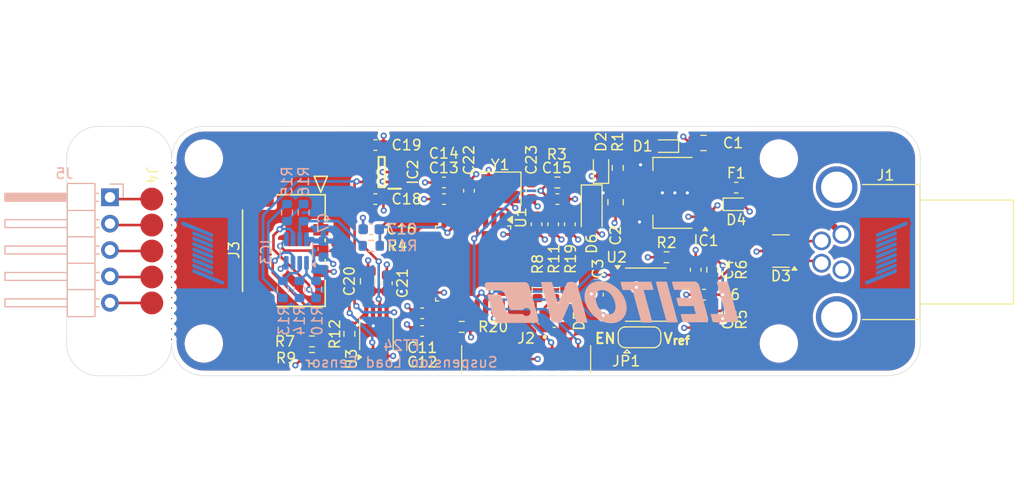
<source format=kicad_pcb>
(kicad_pcb
	(version 20240108)
	(generator "pcbnew")
	(generator_version "8.0")
	(general
		(thickness 1.6)
		(legacy_teardrops no)
	)
	(paper "A4")
	(layers
		(0 "F.Cu" signal)
		(1 "In1.Cu" signal)
		(2 "In2.Cu" signal)
		(31 "B.Cu" signal)
		(32 "B.Adhes" user "B.Adhesive")
		(33 "F.Adhes" user "F.Adhesive")
		(34 "B.Paste" user)
		(35 "F.Paste" user)
		(36 "B.SilkS" user "B.Silkscreen")
		(37 "F.SilkS" user "F.Silkscreen")
		(38 "B.Mask" user)
		(39 "F.Mask" user)
		(40 "Dwgs.User" user "User.Drawings")
		(41 "Cmts.User" user "User.Comments")
		(42 "Eco1.User" user "User.Eco1")
		(43 "Eco2.User" user "User.Eco2")
		(44 "Edge.Cuts" user)
		(45 "Margin" user)
		(46 "B.CrtYd" user "B.Courtyard")
		(47 "F.CrtYd" user "F.Courtyard")
		(48 "B.Fab" user)
		(49 "F.Fab" user)
		(50 "User.1" user)
		(51 "User.2" user)
		(52 "User.3" user)
		(53 "User.4" user)
		(54 "User.5" user)
		(55 "User.6" user)
		(56 "User.7" user)
		(57 "User.8" user)
		(58 "User.9" user)
	)
	(setup
		(stackup
			(layer "F.SilkS"
				(type "Top Silk Screen")
			)
			(layer "F.Paste"
				(type "Top Solder Paste")
			)
			(layer "F.Mask"
				(type "Top Solder Mask")
				(thickness 0.01)
			)
			(layer "F.Cu"
				(type "copper")
				(thickness 0.035)
			)
			(layer "dielectric 1"
				(type "prepreg")
				(thickness 0.1)
				(material "FR4")
				(epsilon_r 4.5)
				(loss_tangent 0.02)
			)
			(layer "In1.Cu"
				(type "copper")
				(thickness 0.035)
			)
			(layer "dielectric 2"
				(type "core")
				(thickness 1.24)
				(material "FR4")
				(epsilon_r 4.5)
				(loss_tangent 0.02)
			)
			(layer "In2.Cu"
				(type "copper")
				(thickness 0.035)
			)
			(layer "dielectric 3"
				(type "prepreg")
				(thickness 0.1)
				(material "FR4")
				(epsilon_r 4.5)
				(loss_tangent 0.02)
			)
			(layer "B.Cu"
				(type "copper")
				(thickness 0.035)
			)
			(layer "B.Mask"
				(type "Bottom Solder Mask")
				(thickness 0.01)
			)
			(layer "B.Paste"
				(type "Bottom Solder Paste")
			)
			(layer "B.SilkS"
				(type "Bottom Silk Screen")
			)
			(copper_finish "None")
			(dielectric_constraints no)
		)
		(pad_to_mask_clearance 0)
		(allow_soldermask_bridges_in_footprints no)
		(pcbplotparams
			(layerselection 0x00010fc_ffffffff)
			(plot_on_all_layers_selection 0x0000000_00000000)
			(disableapertmacros no)
			(usegerberextensions no)
			(usegerberattributes yes)
			(usegerberadvancedattributes yes)
			(creategerberjobfile yes)
			(dashed_line_dash_ratio 12.000000)
			(dashed_line_gap_ratio 3.000000)
			(svgprecision 4)
			(plotframeref no)
			(viasonmask no)
			(mode 1)
			(useauxorigin no)
			(hpglpennumber 1)
			(hpglpenspeed 20)
			(hpglpendiameter 15.000000)
			(pdf_front_fp_property_popups yes)
			(pdf_back_fp_property_popups yes)
			(dxfpolygonmode yes)
			(dxfimperialunits yes)
			(dxfusepcbnewfont yes)
			(psnegative no)
			(psa4output no)
			(plotreference yes)
			(plotvalue yes)
			(plotfptext yes)
			(plotinvisibletext no)
			(sketchpadsonfab no)
			(subtractmaskfromsilk no)
			(outputformat 1)
			(mirror no)
			(drillshape 1)
			(scaleselection 1)
			(outputdirectory "")
		)
	)
	(net 0 "")
	(net 1 "+12V")
	(net 2 "GND")
	(net 3 "+3V3")
	(net 4 "/CANH")
	(net 5 "/CANL")
	(net 6 "/NRST")
	(net 7 "/V_{x}")
	(net 8 "Net-(D2-A)")
	(net 9 "Net-(JP1-C)")
	(net 10 "Net-(U2-Rs)")
	(net 11 "/V_{out,x}")
	(net 12 "/V_{y}")
	(net 13 "unconnected-(U1-PA3-Pad9)")
	(net 14 "unconnected-(U1-PB0-Pad14)")
	(net 15 "unconnected-(U1-PA15-Pad25)")
	(net 16 "/OSC_OUT")
	(net 17 "unconnected-(U1-PA6-Pad12)")
	(net 18 "unconnected-(U1-PB4-Pad27)")
	(net 19 "unconnected-(U1-PA4-Pad10)")
	(net 20 "unconnected-(U1-PB3-Pad26)")
	(net 21 "/SWDIO")
	(net 22 "/SWCLK")
	(net 23 "unconnected-(U1-PB1-Pad15)")
	(net 24 "unconnected-(U1-PA10-Pad20)")
	(net 25 "unconnected-(U1-PA5-Pad11)")
	(net 26 "unconnected-(U1-PB5-Pad28)")
	(net 27 "Net-(D1-K)")
	(net 28 "unconnected-(U1-PA2-Pad8)")
	(net 29 "unconnected-(U1-PA7-Pad13)")
	(net 30 "/OSC_IN")
	(net 31 "unconnected-(U1-PA9-Pad19)")
	(net 32 "/CAN_Rx")
	(net 33 "/CAN_Tx")
	(net 34 "/V_{ref}")
	(net 35 "Net-(D5-RK)")
	(net 36 "/LED_R")
	(net 37 "/LED_G")
	(net 38 "Net-(D5-GK)")
	(net 39 "Net-(D5-BK)")
	(net 40 "/LED_B")
	(net 41 "/V_{can}")
	(net 42 "unconnected-(IC2-NR-Pad5)")
	(net 43 "Net-(U1-PA8)")
	(net 44 "Net-(R12-Pad1)")
	(net 45 "Net-(R12-Pad2)")
	(net 46 "Net-(IC3-Pad1)")
	(net 47 "/Strain_in_b")
	(net 48 "Net-(IC3B--)")
	(net 49 "/V_{out,y}")
	(net 50 "/V_{1}")
	(net 51 "Net-(IC3A--)")
	(net 52 "Net-(J4-Pin_4)")
	(net 53 "Net-(J4-Pin_5)")
	(net 54 "Net-(J4-Pin_3)")
	(net 55 "Net-(J4-Pin_1)")
	(net 56 "Net-(J4-Pin_2)")
	(footprint "Capacitor_SMD:C_0603_1608Metric" (layer "F.Cu") (at 133.2 91.9 180))
	(footprint "Resistor_SMD:R_0603_1608Metric" (layer "F.Cu") (at 127.5 104.3 180))
	(footprint "MountingHole:MountingHole_3.2mm_M3_DIN965" (layer "F.Cu") (at 117.1 102.9))
	(footprint "Capacitor_SMD:C_0603_1608Metric" (layer "F.Cu") (at 133.6 83.8))
	(footprint "Resistor_SMD:R_0603_1608Metric" (layer "F.Cu") (at 156.9 86 90))
	(footprint "Jumper:SolderJumper-3_P1.3mm_Open_RoundedPad1.0x1.5mm" (layer "F.Cu") (at 159 102.305))
	(footprint "Capacitor_SMD:C_0805_2012Metric" (layer "F.Cu") (at 132.9 96.9 90))
	(footprint "Capacitor_SMD:C_0603_1608Metric" (layer "F.Cu") (at 149.1 91.425 -90))
	(footprint "Resistor_SMD:R_0603_1608Metric" (layer "F.Cu") (at 161.6 94.6 180))
	(footprint "SLS:LED_150080M153000" (layer "F.Cu") (at 150.8 100.7 90))
	(footprint "Package_SO:SOIC-8_3.9x4.9mm_P1.27mm" (layer "F.Cu") (at 159.6 98.2))
	(footprint "SLS:spring" (layer "F.Cu") (at 117 94.2))
	(footprint "SLS:Pogo_pins" (layer "F.Cu") (at 112.1 94 -90))
	(footprint "Capacitor_SMD:C_0603_1608Metric" (layer "F.Cu") (at 164.4 95.8 90))
	(footprint "SLS:spring" (layer "F.Cu") (at 182.599071 94.200295 180))
	(footprint "Resistor_SMD:R_0603_1608Metric" (layer "F.Cu") (at 166 100.6 90))
	(footprint "SLS:CON_2053380003" (layer "F.Cu") (at 128.35 91.96035 90))
	(footprint "Capacitor_SMD:C_0603_1608Metric" (layer "F.Cu") (at 138.1 101.7 180))
	(footprint "LED_SMD:LED_0603_1608Metric" (layer "F.Cu") (at 155.3 86 90))
	(footprint "Fuse:Fuse_0603_1608Metric" (layer "F.Cu") (at 168.3 87.9 180))
	(footprint "Connector_PinHeader_1.00mm:PinHeader_1x18_P1.00mm_Vertical" (layer "F.Cu") (at 114 85.5))
	(footprint "MountingHole:MountingHole_3.2mm_M3_DIN965" (layer "F.Cu") (at 172.4 85.1))
	(footprint "Capacitor_SMD:C_0603_1608Metric" (layer "F.Cu") (at 152.3 91.425 -90))
	(footprint "Package_QFP:LQFP-32_7x7mm_P0.8mm" (layer "F.Cu") (at 143 95.2 -90))
	(footprint "Package_TO_SOT_SMD:SOT-223" (layer "F.Cu") (at 162.2 88.4 180))
	(footprint "MountingHole:MountingHole_3.2mm_M3_DIN965" (layer "F.Cu") (at 172.4 102.9))
	(footprint "Capacitor_SMD:C_0603_1608Metric" (layer "F.Cu") (at 148.6 88.2 -90))
	(footprint "Capacitor_SMD:C_0603_1608Metric" (layer "F.Cu") (at 150.7 91.425 -90))
	(footprint "Capacitor_SMD:C_0603_1608Metric" (layer "F.Cu") (at 142.6 88.2 90))
	(footprint "Resistor_SMD:R_0603_1608Metric" (layer "F.Cu") (at 131.1 101.975 90))
	(footprint "Diode_SMD:D_SOD-123" (layer "F.Cu") (at 154.4 90 -90))
	(footprint "Capacitor_SMD:C_0603_1608Metric" (layer "F.Cu") (at 140.2 87.4 180))
	(footprint "FaSTTUBe_connectors:M8_718_4pin_horizontal" (layer "F.Cu") (at 178.4625 94.1 90))
	(footprint "Diode_SMD:D_SOD-523"
		(layer "F.Cu")
		(uuid "9483d1eb-81f4-4f7b-a6b8-eabc9e635934")
		(at 161.5 83.9 180)
		(descr "http://www.diodes.com/datasheets/ap02001.pdf p.144")
		(tags "Diode SOD523")
		(property "Reference" "D1"
			(at 2.2 0 180)
			(layer "F.SilkS")
			(uuid "eba6ae8e-6e8f-417a-a040-c55bf4ae06b8")
			(effects
				(font
					(size 1 1)
					(thickness 0.15)
				)
			)
		)
		(property "Value" "D_Schottky"
			(at 0 1.4 180)
			(layer "F.Fab")
			(uuid "3f520720-ac4f-4e8c-8215-dc41d5505b5a")
			(effects
				(font
					(size 1 1)
					(thickness 0.15)
				)
			)
		)
		(property "Footprint" "Diode_SMD:D_SOD-523"
			(at 0 0 180)
			(unlocked yes)
			(layer "F.Fab")
			(hide yes)
			(uuid "b3355282-b884-4f74-a057-4925dfb5822c")
			(effects
				(font
					(size 1.27 1.27)
				)
			)
		)
		(property "Datasheet" ""
			(at 0 0 180)
			(unlocked yes)
			(layer "F.Fab")
			(hide yes)
			(uuid "b5eef113-125f-4fa3-89a3-659010d81f4b")
			(effects
				(font
					(size 1.27 1.27)
				)
			)

... [675782 chars truncated]
</source>
